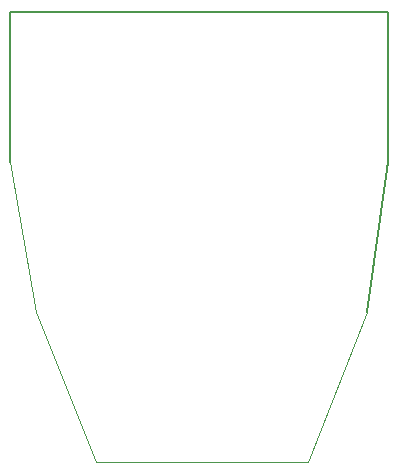
<source format=gbr>
%TF.GenerationSoftware,KiCad,Pcbnew,7.0.6*%
%TF.CreationDate,2023-10-04T19:29:37-04:00*%
%TF.ProjectId,Encoder_Pulse_Generic_ATTINY85,456e636f-6465-4725-9f50-756c73655f47,rev?*%
%TF.SameCoordinates,Original*%
%TF.FileFunction,Profile,NP*%
%FSLAX46Y46*%
G04 Gerber Fmt 4.6, Leading zero omitted, Abs format (unit mm)*
G04 Created by KiCad (PCBNEW 7.0.6) date 2023-10-04 19:29:37*
%MOMM*%
%LPD*%
G01*
G04 APERTURE LIST*
%TA.AperFunction,Profile*%
%ADD10C,0.100000*%
%TD*%
%TA.AperFunction,Profile*%
%ADD11C,0.150000*%
%TD*%
G04 APERTURE END LIST*
D10*
X147402000Y-109220000D02*
X152432000Y-96520000D01*
X124432000Y-96520000D02*
X129462000Y-109220000D01*
X147402000Y-109220000D02*
X129462000Y-109220000D01*
X122232000Y-83820000D02*
X124432000Y-96520000D01*
D11*
X154232000Y-83820000D02*
X152432000Y-96520000D01*
X122232000Y-71120000D02*
X154232000Y-71120000D01*
X122232000Y-83820000D02*
X122232000Y-71120000D01*
X154232000Y-71120000D02*
X154232000Y-83820000D01*
M02*

</source>
